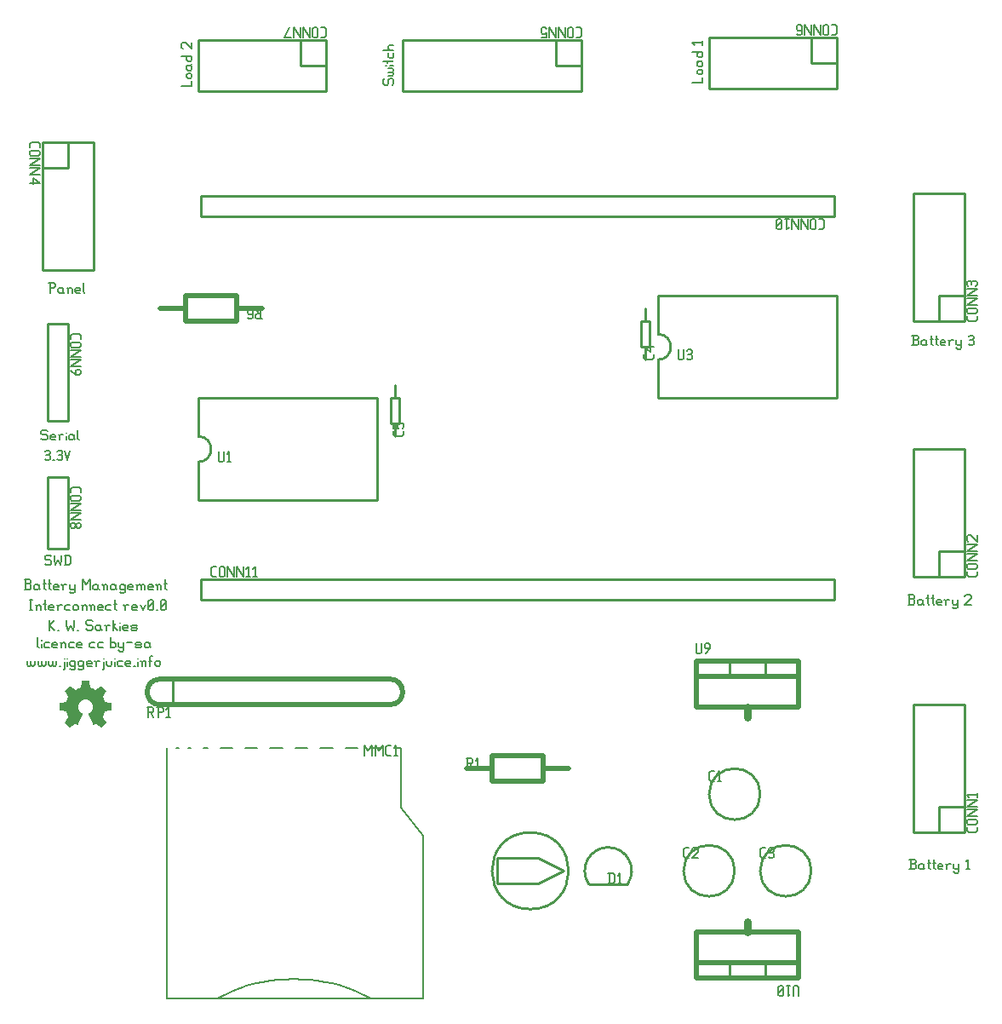
<source format=gbr>
G04 start of page 8 for group -4079 idx -4079 *
G04 Title: (unknown), topsilk *
G04 Creator: pcb 20110918 *
G04 CreationDate: Wed 26 Feb 2014 00:51:11 GMT UTC *
G04 For: ksarkies *
G04 Format: Gerber/RS-274X *
G04 PCB-Dimensions: 390000 390000 *
G04 PCB-Coordinate-Origin: lower left *
%MOIN*%
%FSLAX25Y25*%
%LNTOPSILK*%
%ADD102C,0.0079*%
%ADD101C,0.0300*%
%ADD100C,0.0100*%
%ADD99C,0.0200*%
%ADD98C,0.0060*%
%ADD97C,0.0001*%
G54D97*G36*
X29577Y124414D02*X32154D01*
X32237Y124382D01*
X32284Y124306D01*
X32333Y124067D01*
X32377Y123845D01*
X32768Y121713D01*
X32815Y121625D01*
X32898Y121567D01*
X33001Y121523D01*
X33791Y121252D01*
X34541Y120894D01*
X34547D01*
X34634Y120856D01*
X34731Y120842D01*
X34829Y120873D01*
X36602Y122092D01*
X36793Y122217D01*
X36994Y122353D01*
X37080Y122378D01*
X37162Y122342D01*
X37493Y122012D01*
X37997Y121512D01*
X38155Y121349D01*
X38654Y120851D01*
X38816Y120694D01*
X38984Y120520D01*
X39023Y120435D01*
X39001Y120346D01*
X38865Y120145D01*
X38736Y119955D01*
X37547Y118219D01*
X37515Y118127D01*
X37530Y118030D01*
X37575Y117931D01*
X38258Y116325D01*
X38295Y116234D01*
X38358Y116156D01*
X38448Y116109D01*
X40487Y115728D01*
X40711Y115685D01*
X40954Y115642D01*
X41029Y115595D01*
X41058Y115512D01*
Y112935D01*
X41029Y112846D01*
X40954Y112799D01*
X40711Y112756D01*
X40487Y112713D01*
X38508Y112344D01*
X38420Y112296D01*
X38366Y112213D01*
X38338Y112153D01*
Y112142D01*
X37623Y110369D01*
X37618Y110357D01*
X37601Y110314D01*
X37584Y110213D01*
X37612Y110119D01*
X38741Y108487D01*
X38865Y108296D01*
X39006Y108095D01*
X39025Y108009D01*
X38984Y107927D01*
X38816Y107748D01*
X38654Y107591D01*
X37336Y106273D01*
X37162Y106105D01*
X37080Y106064D01*
X36994Y106082D01*
X36793Y106224D01*
X36602Y106348D01*
X35008Y107445D01*
X34909Y107474D01*
X34812Y107455D01*
X34481Y107271D01*
X34287Y107162D01*
X33940Y106984D01*
X33855Y106978D01*
X33793Y107038D01*
X33647Y107395D01*
X33559Y107602D01*
X32176Y110960D01*
X32088Y111166D01*
X31991Y111399D01*
X31987Y111494D01*
X32040Y111567D01*
X32263Y111698D01*
X32404Y111806D01*
X32940Y112252D01*
X33355Y112816D01*
X33622Y113475D01*
X33716Y114205D01*
X33658Y114780D01*
X33493Y115314D01*
X33230Y115799D01*
X32881Y116221D01*
X32461Y116570D01*
X31977Y116834D01*
X31443Y116999D01*
X30869Y117057D01*
X30294Y116999D01*
X29759Y116834D01*
X29276Y116570D01*
X28854Y116221D01*
X28506Y115799D01*
X28244Y115314D01*
X28079Y114780D01*
X28020Y114205D01*
X28113Y113475D01*
X28380Y112816D01*
X28794Y112252D01*
X29333Y111806D01*
X29469Y111698D01*
X29691Y111567D01*
X29745Y111494D01*
X29740Y111399D01*
X29643Y111166D01*
X29555Y110960D01*
X28172Y107602D01*
X28086Y107395D01*
X27938Y107038D01*
X27877Y106978D01*
X27793Y106984D01*
X27451Y107162D01*
X27250Y107271D01*
X26919Y107455D01*
X26820Y107474D01*
X26723Y107445D01*
X25129Y106348D01*
X24944Y106224D01*
X24738Y106082D01*
X24651Y106064D01*
X24569Y106105D01*
X24395Y106273D01*
X24238Y106435D01*
X23740Y106934D01*
X23577Y107092D01*
X23077Y107591D01*
X22915Y107748D01*
X22747Y107927D01*
X22708Y108009D01*
X22730Y108095D01*
X22866Y108296D01*
X22997Y108487D01*
X24119Y110119D01*
X24147Y110213D01*
X24130Y110314D01*
X24108Y110374D01*
X23398Y112148D01*
X23365Y112213D01*
X23311Y112296D01*
X23225Y112344D01*
X21244Y112713D01*
X21022Y112756D01*
X20783Y112799D01*
X20704Y112849D01*
X20675Y112935D01*
Y115512D01*
X20704Y115595D01*
X20783Y115642D01*
X21022Y115691D01*
X21244Y115728D01*
X23284Y116109D01*
X23373Y116156D01*
X23436Y116239D01*
X23473Y116325D01*
X24162Y117931D01*
X24201Y118030D01*
X24218Y118127D01*
X24190Y118219D01*
X22997Y119960D01*
X22866Y120145D01*
X22730Y120346D01*
X22708Y120435D01*
X22747Y120520D01*
X22915Y120694D01*
X23077Y120851D01*
X24569Y122342D01*
X24651Y122378D01*
X24738Y122359D01*
X24944Y122223D01*
X25129Y122092D01*
X26902Y120873D01*
X27000Y120844D01*
X27098Y120862D01*
X27184Y120894D01*
X27195Y120899D01*
X27941Y121253D01*
X28731Y121528D01*
X28834Y121567D01*
X28918Y121625D01*
X28963Y121713D01*
X29361Y123845D01*
X29398Y124067D01*
X29447Y124306D01*
X29494Y124382D01*
X29577Y124414D01*
G37*
G54D98*X15440Y222530D02*X15925Y222045D01*
X13985Y222530D02*X15440D01*
X13500Y222045D02*X13985Y222530D01*
X13500Y222045D02*Y221075D01*
X13985Y220590D01*
X15440D01*
X15925Y220105D01*
Y219135D01*
X15440Y218650D02*X15925Y219135D01*
X13985Y218650D02*X15440D01*
X13500Y219135D02*X13985Y218650D01*
X17574D02*X19029D01*
X17089Y219135D02*X17574Y218650D01*
X17089Y220105D02*Y219135D01*
Y220105D02*X17574Y220590D01*
X18544D01*
X19029Y220105D01*
X17089Y219620D02*X19029D01*
Y220105D02*Y219620D01*
X20678Y220105D02*Y218650D01*
Y220105D02*X21163Y220590D01*
X22133D01*
X20193D02*X20678Y220105D01*
X23297Y221560D02*Y221463D01*
Y220105D02*Y218650D01*
X25722Y220590D02*X26207Y220105D01*
X24752Y220590D02*X25722D01*
X24267Y220105D02*X24752Y220590D01*
X24267Y220105D02*Y219135D01*
X24752Y218650D01*
X26207Y220590D02*Y219135D01*
X26692Y218650D01*
X24752D02*X25722D01*
X26207Y219135D01*
X27856Y222530D02*Y219135D01*
X28341Y218650D01*
X15000Y214045D02*X15485Y214530D01*
X16455D01*
X16940Y214045D01*
X16455Y210650D02*X16940Y211135D01*
X15485Y210650D02*X16455D01*
X15000Y211135D02*X15485Y210650D01*
Y212784D02*X16455D01*
X16940Y214045D02*Y213269D01*
Y212299D02*Y211135D01*
Y212299D02*X16455Y212784D01*
X16940Y213269D02*X16455Y212784D01*
X18104Y210650D02*X18589D01*
X19753Y214045D02*X20238Y214530D01*
X21208D01*
X21693Y214045D01*
X21208Y210650D02*X21693Y211135D01*
X20238Y210650D02*X21208D01*
X19753Y211135D02*X20238Y210650D01*
Y212784D02*X21208D01*
X21693Y214045D02*Y213269D01*
Y212299D02*Y211135D01*
Y212299D02*X21208Y212784D01*
X21693Y213269D02*X21208Y212784D01*
X22857Y214530D02*X23827Y210650D01*
X24797Y214530D01*
X16985Y280030D02*Y276150D01*
X16500Y280030D02*X18440D01*
X18925Y279545D01*
Y278575D01*
X18440Y278090D02*X18925Y278575D01*
X16985Y278090D02*X18440D01*
X21544D02*X22029Y277605D01*
X20574Y278090D02*X21544D01*
X20089Y277605D02*X20574Y278090D01*
X20089Y277605D02*Y276635D01*
X20574Y276150D01*
X22029Y278090D02*Y276635D01*
X22514Y276150D01*
X20574D02*X21544D01*
X22029Y276635D01*
X24163Y277605D02*Y276150D01*
Y277605D02*X24648Y278090D01*
X25133D01*
X25618Y277605D01*
Y276150D01*
X23678Y278090D02*X24163Y277605D01*
X27267Y276150D02*X28722D01*
X26782Y276635D02*X27267Y276150D01*
X26782Y277605D02*Y276635D01*
Y277605D02*X27267Y278090D01*
X28237D01*
X28722Y277605D01*
X26782Y277120D02*X28722D01*
Y277605D02*Y277120D01*
X29886Y280030D02*Y276635D01*
X30371Y276150D01*
X68470Y357000D02*X72350D01*
Y358940D02*Y357000D01*
X70895Y360104D02*X71865D01*
X70895D02*X70410Y360589D01*
Y361559D02*Y360589D01*
Y361559D02*X70895Y362044D01*
X71865D01*
X72350Y361559D02*X71865Y362044D01*
X72350Y361559D02*Y360589D01*
X71865Y360104D02*X72350Y360589D01*
X70410Y364663D02*X70895Y365148D01*
X70410Y364663D02*Y363693D01*
X70895Y363208D02*X70410Y363693D01*
X70895Y363208D02*X71865D01*
X72350Y363693D01*
X70410Y365148D02*X71865D01*
X72350Y365633D01*
Y364663D02*Y363693D01*
Y364663D02*X71865Y365148D01*
X68470Y368737D02*X72350D01*
Y368252D02*X71865Y368737D01*
X72350Y368252D02*Y367282D01*
X71865Y366797D02*X72350Y367282D01*
X70895Y366797D02*X71865D01*
X70895D02*X70410Y367282D01*
Y368252D02*Y367282D01*
Y368252D02*X70895Y368737D01*
X68955Y371647D02*X68470Y372132D01*
Y373587D02*Y372132D01*
Y373587D02*X68955Y374072D01*
X69925D01*
X72350Y371647D02*X69925Y374072D01*
X72350D02*Y371647D01*
X354500Y255650D02*X356440D01*
X356925Y256135D01*
Y257299D02*Y256135D01*
X356440Y257784D02*X356925Y257299D01*
X354985Y257784D02*X356440D01*
X354985Y259530D02*Y255650D01*
X354500Y259530D02*X356440D01*
X356925Y259045D01*
Y258269D01*
X356440Y257784D02*X356925Y258269D01*
X359544Y257590D02*X360029Y257105D01*
X358574Y257590D02*X359544D01*
X358089Y257105D02*X358574Y257590D01*
X358089Y257105D02*Y256135D01*
X358574Y255650D01*
X360029Y257590D02*Y256135D01*
X360514Y255650D01*
X358574D02*X359544D01*
X360029Y256135D01*
X362163Y259530D02*Y256135D01*
X362648Y255650D01*
X361678Y258075D02*X362648D01*
X364103Y259530D02*Y256135D01*
X364588Y255650D01*
X363618Y258075D02*X364588D01*
X366043Y255650D02*X367498D01*
X365558Y256135D02*X366043Y255650D01*
X365558Y257105D02*Y256135D01*
Y257105D02*X366043Y257590D01*
X367013D01*
X367498Y257105D01*
X365558Y256620D02*X367498D01*
Y257105D02*Y256620D01*
X369147Y257105D02*Y255650D01*
Y257105D02*X369632Y257590D01*
X370602D01*
X368662D02*X369147Y257105D01*
X371766Y257590D02*Y256135D01*
X372251Y255650D01*
X373706Y257590D02*Y254680D01*
X373221Y254195D02*X373706Y254680D01*
X372251Y254195D02*X373221D01*
X371766Y254680D02*X372251Y254195D01*
Y255650D02*X373221D01*
X373706Y256135D01*
X376616Y259045D02*X377101Y259530D01*
X378071D01*
X378556Y259045D01*
X378071Y255650D02*X378556Y256135D01*
X377101Y255650D02*X378071D01*
X376616Y256135D02*X377101Y255650D01*
Y257784D02*X378071D01*
X378556Y259045D02*Y258269D01*
Y257299D02*Y256135D01*
Y257299D02*X378071Y257784D01*
X378556Y258269D02*X378071Y257784D01*
X353000Y154150D02*X354940D01*
X355425Y154635D01*
Y155799D02*Y154635D01*
X354940Y156284D02*X355425Y155799D01*
X353485Y156284D02*X354940D01*
X353485Y158030D02*Y154150D01*
X353000Y158030D02*X354940D01*
X355425Y157545D01*
Y156769D01*
X354940Y156284D02*X355425Y156769D01*
X358044Y156090D02*X358529Y155605D01*
X357074Y156090D02*X358044D01*
X356589Y155605D02*X357074Y156090D01*
X356589Y155605D02*Y154635D01*
X357074Y154150D01*
X358529Y156090D02*Y154635D01*
X359014Y154150D01*
X357074D02*X358044D01*
X358529Y154635D01*
X360663Y158030D02*Y154635D01*
X361148Y154150D01*
X360178Y156575D02*X361148D01*
X362603Y158030D02*Y154635D01*
X363088Y154150D01*
X362118Y156575D02*X363088D01*
X364543Y154150D02*X365998D01*
X364058Y154635D02*X364543Y154150D01*
X364058Y155605D02*Y154635D01*
Y155605D02*X364543Y156090D01*
X365513D01*
X365998Y155605D01*
X364058Y155120D02*X365998D01*
Y155605D02*Y155120D01*
X367647Y155605D02*Y154150D01*
Y155605D02*X368132Y156090D01*
X369102D01*
X367162D02*X367647Y155605D01*
X370266Y156090D02*Y154635D01*
X370751Y154150D01*
X372206Y156090D02*Y153180D01*
X371721Y152695D02*X372206Y153180D01*
X370751Y152695D02*X371721D01*
X370266Y153180D02*X370751Y152695D01*
Y154150D02*X371721D01*
X372206Y154635D01*
X375116Y157545D02*X375601Y158030D01*
X377056D01*
X377541Y157545D01*
Y156575D01*
X375116Y154150D02*X377541Y156575D01*
X375116Y154150D02*X377541D01*
X353500Y50650D02*X355440D01*
X355925Y51135D01*
Y52299D02*Y51135D01*
X355440Y52784D02*X355925Y52299D01*
X353985Y52784D02*X355440D01*
X353985Y54530D02*Y50650D01*
X353500Y54530D02*X355440D01*
X355925Y54045D01*
Y53269D01*
X355440Y52784D02*X355925Y53269D01*
X358544Y52590D02*X359029Y52105D01*
X357574Y52590D02*X358544D01*
X357089Y52105D02*X357574Y52590D01*
X357089Y52105D02*Y51135D01*
X357574Y50650D01*
X359029Y52590D02*Y51135D01*
X359514Y50650D01*
X357574D02*X358544D01*
X359029Y51135D01*
X361163Y54530D02*Y51135D01*
X361648Y50650D01*
X360678Y53075D02*X361648D01*
X363103Y54530D02*Y51135D01*
X363588Y50650D01*
X362618Y53075D02*X363588D01*
X365043Y50650D02*X366498D01*
X364558Y51135D02*X365043Y50650D01*
X364558Y52105D02*Y51135D01*
Y52105D02*X365043Y52590D01*
X366013D01*
X366498Y52105D01*
X364558Y51620D02*X366498D01*
Y52105D02*Y51620D01*
X368147Y52105D02*Y50650D01*
Y52105D02*X368632Y52590D01*
X369602D01*
X367662D02*X368147Y52105D01*
X370766Y52590D02*Y51135D01*
X371251Y50650D01*
X372706Y52590D02*Y49680D01*
X372221Y49195D02*X372706Y49680D01*
X371251Y49195D02*X372221D01*
X370766Y49680D02*X371251Y49195D01*
Y50650D02*X372221D01*
X372706Y51135D01*
X375616Y53754D02*X376392Y54530D01*
Y50650D01*
X375616D02*X377071D01*
X147470Y359440D02*X147955Y359925D01*
X147470Y359440D02*Y357985D01*
X147955Y357500D02*X147470Y357985D01*
X147955Y357500D02*X148925D01*
X149410Y357985D01*
Y359440D02*Y357985D01*
Y359440D02*X149895Y359925D01*
X150865D01*
X151350Y359440D02*X150865Y359925D01*
X151350Y359440D02*Y357985D01*
X150865Y357500D02*X151350Y357985D01*
X149410Y361089D02*X150865D01*
X151350Y361574D01*
Y362059D02*Y361574D01*
Y362059D02*X150865Y362544D01*
X149410D02*X150865D01*
X151350Y363029D01*
Y363514D02*Y363029D01*
Y363514D02*X150865Y363999D01*
X149410D02*X150865D01*
X148440Y365163D02*X148537D01*
X149895D02*X151350D01*
X147470Y366618D02*X150865D01*
X151350Y367103D01*
X148925D02*Y366133D01*
X149410Y370013D02*Y368558D01*
X149895Y368073D02*X149410Y368558D01*
X149895Y368073D02*X150865D01*
X151350Y368558D01*
Y370013D02*Y368558D01*
X147470Y371177D02*X151350D01*
X149895D02*X149410Y371662D01*
Y372632D02*Y371662D01*
Y372632D02*X149895Y373117D01*
X151350D01*
X268470Y358500D02*X272350D01*
Y360440D02*Y358500D01*
X270895Y361604D02*X271865D01*
X270895D02*X270410Y362089D01*
Y363059D02*Y362089D01*
Y363059D02*X270895Y363544D01*
X271865D01*
X272350Y363059D02*X271865Y363544D01*
X272350Y363059D02*Y362089D01*
X271865Y361604D02*X272350Y362089D01*
X270410Y366163D02*X270895Y366648D01*
X270410Y366163D02*Y365193D01*
X270895Y364708D02*X270410Y365193D01*
X270895Y364708D02*X271865D01*
X272350Y365193D01*
X270410Y366648D02*X271865D01*
X272350Y367133D01*
Y366163D02*Y365193D01*
Y366163D02*X271865Y366648D01*
X268470Y370237D02*X272350D01*
Y369752D02*X271865Y370237D01*
X272350Y369752D02*Y368782D01*
X271865Y368297D02*X272350Y368782D01*
X270895Y368297D02*X271865D01*
X270895D02*X270410Y368782D01*
Y369752D02*Y368782D01*
Y369752D02*X270895Y370237D01*
X269246Y373147D02*X268470Y373923D01*
X272350D01*
Y374602D02*Y373147D01*
X7000Y160050D02*X8980D01*
X9475Y160545D01*
Y161733D02*Y160545D01*
X8980Y162228D02*X9475Y161733D01*
X7495Y162228D02*X8980D01*
X7495Y164010D02*Y160050D01*
X7000Y164010D02*X8980D01*
X9475Y163515D01*
Y162723D01*
X8980Y162228D02*X9475Y162723D01*
X12148Y162030D02*X12643Y161535D01*
X11158Y162030D02*X12148D01*
X10663Y161535D02*X11158Y162030D01*
X10663Y161535D02*Y160545D01*
X11158Y160050D01*
X12643Y162030D02*Y160545D01*
X13138Y160050D01*
X11158D02*X12148D01*
X12643Y160545D01*
X14821Y164010D02*Y160545D01*
X15316Y160050D01*
X14326Y162525D02*X15316D01*
X16801Y164010D02*Y160545D01*
X17296Y160050D01*
X16306Y162525D02*X17296D01*
X18781Y160050D02*X20266D01*
X18286Y160545D02*X18781Y160050D01*
X18286Y161535D02*Y160545D01*
Y161535D02*X18781Y162030D01*
X19771D01*
X20266Y161535D01*
X18286Y161040D02*X20266D01*
Y161535D02*Y161040D01*
X21949Y161535D02*Y160050D01*
Y161535D02*X22444Y162030D01*
X23434D01*
X21454D02*X21949Y161535D01*
X24622Y162030D02*Y160545D01*
X25117Y160050D01*
X26602Y162030D02*Y159060D01*
X26107Y158565D02*X26602Y159060D01*
X25117Y158565D02*X26107D01*
X24622Y159060D02*X25117Y158565D01*
Y160050D02*X26107D01*
X26602Y160545D01*
X29572Y164010D02*Y160050D01*
Y164010D02*X31057Y162030D01*
X32542Y164010D01*
Y160050D01*
X35215Y162030D02*X35710Y161535D01*
X34225Y162030D02*X35215D01*
X33730Y161535D02*X34225Y162030D01*
X33730Y161535D02*Y160545D01*
X34225Y160050D01*
X35710Y162030D02*Y160545D01*
X36205Y160050D01*
X34225D02*X35215D01*
X35710Y160545D01*
X37888Y161535D02*Y160050D01*
Y161535D02*X38383Y162030D01*
X38878D01*
X39373Y161535D01*
Y160050D01*
X37393Y162030D02*X37888Y161535D01*
X42046Y162030D02*X42541Y161535D01*
X41056Y162030D02*X42046D01*
X40561Y161535D02*X41056Y162030D01*
X40561Y161535D02*Y160545D01*
X41056Y160050D01*
X42541Y162030D02*Y160545D01*
X43036Y160050D01*
X41056D02*X42046D01*
X42541Y160545D01*
X45709Y162030D02*X46204Y161535D01*
X44719Y162030D02*X45709D01*
X44224Y161535D02*X44719Y162030D01*
X44224Y161535D02*Y160545D01*
X44719Y160050D01*
X45709D01*
X46204Y160545D01*
X44224Y159060D02*X44719Y158565D01*
X45709D01*
X46204Y159060D01*
Y162030D02*Y159060D01*
X47887Y160050D02*X49372D01*
X47392Y160545D02*X47887Y160050D01*
X47392Y161535D02*Y160545D01*
Y161535D02*X47887Y162030D01*
X48877D01*
X49372Y161535D01*
X47392Y161040D02*X49372D01*
Y161535D02*Y161040D01*
X51055Y161535D02*Y160050D01*
Y161535D02*X51550Y162030D01*
X52045D01*
X52540Y161535D01*
Y160050D01*
Y161535D02*X53035Y162030D01*
X53530D01*
X54025Y161535D01*
Y160050D01*
X50560Y162030D02*X51055Y161535D01*
X55708Y160050D02*X57193D01*
X55213Y160545D02*X55708Y160050D01*
X55213Y161535D02*Y160545D01*
Y161535D02*X55708Y162030D01*
X56698D01*
X57193Y161535D01*
X55213Y161040D02*X57193D01*
Y161535D02*Y161040D01*
X58876Y161535D02*Y160050D01*
Y161535D02*X59371Y162030D01*
X59866D01*
X60361Y161535D01*
Y160050D01*
X58381Y162030D02*X58876Y161535D01*
X62044Y164010D02*Y160545D01*
X62539Y160050D01*
X61549Y162525D02*X62539D01*
X9000Y156000D02*X10000D01*
X9500D02*Y152000D01*
X9000D02*X10000D01*
X11700Y153500D02*Y152000D01*
Y153500D02*X12200Y154000D01*
X12700D01*
X13200Y153500D01*
Y152000D01*
X11200Y154000D02*X11700Y153500D01*
X14900Y156000D02*Y152500D01*
X15400Y152000D01*
X14400Y154500D02*X15400D01*
X16900Y152000D02*X18400D01*
X16400Y152500D02*X16900Y152000D01*
X16400Y153500D02*Y152500D01*
Y153500D02*X16900Y154000D01*
X17900D01*
X18400Y153500D01*
X16400Y153000D02*X18400D01*
Y153500D02*Y153000D01*
X20100Y153500D02*Y152000D01*
Y153500D02*X20600Y154000D01*
X21600D01*
X19600D02*X20100Y153500D01*
X23300Y154000D02*X24800D01*
X22800Y153500D02*X23300Y154000D01*
X22800Y153500D02*Y152500D01*
X23300Y152000D01*
X24800D01*
X26000Y153500D02*Y152500D01*
Y153500D02*X26500Y154000D01*
X27500D01*
X28000Y153500D01*
Y152500D01*
X27500Y152000D02*X28000Y152500D01*
X26500Y152000D02*X27500D01*
X26000Y152500D02*X26500Y152000D01*
X29700Y153500D02*Y152000D01*
Y153500D02*X30200Y154000D01*
X30700D01*
X31200Y153500D01*
Y152000D01*
X29200Y154000D02*X29700Y153500D01*
X32900D02*Y152000D01*
Y153500D02*X33400Y154000D01*
X33900D01*
X34400Y153500D01*
Y152000D01*
X32400Y154000D02*X32900Y153500D01*
X36100Y152000D02*X37600D01*
X35600Y152500D02*X36100Y152000D01*
X35600Y153500D02*Y152500D01*
Y153500D02*X36100Y154000D01*
X37100D01*
X37600Y153500D01*
X35600Y153000D02*X37600D01*
Y153500D02*Y153000D01*
X39300Y154000D02*X40800D01*
X38800Y153500D02*X39300Y154000D01*
X38800Y153500D02*Y152500D01*
X39300Y152000D01*
X40800D01*
X42500Y156000D02*Y152500D01*
X43000Y152000D01*
X42000Y154500D02*X43000D01*
X46300Y153500D02*Y152000D01*
Y153500D02*X46800Y154000D01*
X47800D01*
X45800D02*X46300Y153500D01*
X49500Y152000D02*X51000D01*
X49000Y152500D02*X49500Y152000D01*
X49000Y153500D02*Y152500D01*
Y153500D02*X49500Y154000D01*
X50500D01*
X51000Y153500D01*
X49000Y153000D02*X51000D01*
Y153500D02*Y153000D01*
X52200Y154000D02*X53200Y152000D01*
X54200Y154000D02*X53200Y152000D01*
X55400Y152500D02*X55900Y152000D01*
X55400Y155500D02*Y152500D01*
Y155500D02*X55900Y156000D01*
X56900D01*
X57400Y155500D01*
Y152500D01*
X56900Y152000D02*X57400Y152500D01*
X55900Y152000D02*X56900D01*
X55400Y153000D02*X57400Y155000D01*
X58600Y152000D02*X59100D01*
X60300Y152500D02*X60800Y152000D01*
X60300Y155500D02*Y152500D01*
Y155500D02*X60800Y156000D01*
X61800D01*
X62300Y155500D01*
Y152500D01*
X61800Y152000D02*X62300Y152500D01*
X60800Y152000D02*X61800D01*
X60300Y153000D02*X62300Y155000D01*
X16940Y173530D02*X17425Y173045D01*
X15485Y173530D02*X16940D01*
X15000Y173045D02*X15485Y173530D01*
X15000Y173045D02*Y172075D01*
X15485Y171590D01*
X16940D01*
X17425Y171105D01*
Y170135D01*
X16940Y169650D02*X17425Y170135D01*
X15485Y169650D02*X16940D01*
X15000Y170135D02*X15485Y169650D01*
X18589Y173530D02*Y171590D01*
X19074Y169650D01*
X20044Y171590D01*
X21014Y169650D01*
X21499Y171590D01*
Y173530D02*Y171590D01*
X23148Y173530D02*Y169650D01*
X24409Y173530D02*X25088Y172851D01*
Y170329D01*
X24409Y169650D02*X25088Y170329D01*
X22663Y169650D02*X24409D01*
X22663Y173530D02*X24409D01*
X16700Y148100D02*Y144100D01*
Y146100D02*X18700Y148100D01*
X16700Y146100D02*X18700Y144100D01*
X19900D02*X20400D01*
X23400Y148100D02*Y146100D01*
X23900Y144100D01*
X24900Y146100D01*
X25900Y144100D01*
X26400Y146100D01*
Y148100D02*Y146100D01*
X27600Y144100D02*X28100D01*
X33100Y148100D02*X33600Y147600D01*
X31600Y148100D02*X33100D01*
X31100Y147600D02*X31600Y148100D01*
X31100Y147600D02*Y146600D01*
X31600Y146100D01*
X33100D01*
X33600Y145600D01*
Y144600D01*
X33100Y144100D02*X33600Y144600D01*
X31600Y144100D02*X33100D01*
X31100Y144600D02*X31600Y144100D01*
X36300Y146100D02*X36800Y145600D01*
X35300Y146100D02*X36300D01*
X34800Y145600D02*X35300Y146100D01*
X34800Y145600D02*Y144600D01*
X35300Y144100D01*
X36800Y146100D02*Y144600D01*
X37300Y144100D01*
X35300D02*X36300D01*
X36800Y144600D01*
X39000Y145600D02*Y144100D01*
Y145600D02*X39500Y146100D01*
X40500D01*
X38500D02*X39000Y145600D01*
X41700Y148100D02*Y144100D01*
Y145600D02*X43200Y144100D01*
X41700Y145600D02*X42700Y146600D01*
X44400Y147100D02*Y147000D01*
Y145600D02*Y144100D01*
X45900D02*X47400D01*
X45400Y144600D02*X45900Y144100D01*
X45400Y145600D02*Y144600D01*
Y145600D02*X45900Y146100D01*
X46900D01*
X47400Y145600D01*
X45400Y145100D02*X47400D01*
Y145600D02*Y145100D01*
X49100Y144100D02*X50600D01*
X51100Y144600D01*
X50600Y145100D02*X51100Y144600D01*
X49100Y145100D02*X50600D01*
X48600Y145600D02*X49100Y145100D01*
X48600Y145600D02*X49100Y146100D01*
X50600D01*
X51100Y145600D01*
X48600Y144600D02*X49100Y144100D01*
X12100Y141300D02*Y137800D01*
X12600Y137300D01*
X13600Y140300D02*Y140200D01*
Y138800D02*Y137300D01*
X15100Y139300D02*X16600D01*
X14600Y138800D02*X15100Y139300D01*
X14600Y138800D02*Y137800D01*
X15100Y137300D01*
X16600D01*
X18300D02*X19800D01*
X17800Y137800D02*X18300Y137300D01*
X17800Y138800D02*Y137800D01*
Y138800D02*X18300Y139300D01*
X19300D01*
X19800Y138800D01*
X17800Y138300D02*X19800D01*
Y138800D02*Y138300D01*
X21500Y138800D02*Y137300D01*
Y138800D02*X22000Y139300D01*
X22500D01*
X23000Y138800D01*
Y137300D01*
X21000Y139300D02*X21500Y138800D01*
X24700Y139300D02*X26200D01*
X24200Y138800D02*X24700Y139300D01*
X24200Y138800D02*Y137800D01*
X24700Y137300D01*
X26200D01*
X27900D02*X29400D01*
X27400Y137800D02*X27900Y137300D01*
X27400Y138800D02*Y137800D01*
Y138800D02*X27900Y139300D01*
X28900D01*
X29400Y138800D01*
X27400Y138300D02*X29400D01*
Y138800D02*Y138300D01*
X32900Y139300D02*X34400D01*
X32400Y138800D02*X32900Y139300D01*
X32400Y138800D02*Y137800D01*
X32900Y137300D01*
X34400D01*
X36100Y139300D02*X37600D01*
X35600Y138800D02*X36100Y139300D01*
X35600Y138800D02*Y137800D01*
X36100Y137300D01*
X37600D01*
X40600Y141300D02*Y137300D01*
Y137800D02*X41100Y137300D01*
X42100D01*
X42600Y137800D01*
Y138800D02*Y137800D01*
X42100Y139300D02*X42600Y138800D01*
X41100Y139300D02*X42100D01*
X40600Y138800D02*X41100Y139300D01*
X43800D02*Y137800D01*
X44300Y137300D01*
X45800Y139300D02*Y136300D01*
X45300Y135800D02*X45800Y136300D01*
X44300Y135800D02*X45300D01*
X43800Y136300D02*X44300Y135800D01*
Y137300D02*X45300D01*
X45800Y137800D01*
X47000Y139300D02*X49000D01*
X50700Y137300D02*X52200D01*
X52700Y137800D01*
X52200Y138300D02*X52700Y137800D01*
X50700Y138300D02*X52200D01*
X50200Y138800D02*X50700Y138300D01*
X50200Y138800D02*X50700Y139300D01*
X52200D01*
X52700Y138800D01*
X50200Y137800D02*X50700Y137300D01*
X55400Y139300D02*X55900Y138800D01*
X54400Y139300D02*X55400D01*
X53900Y138800D02*X54400Y139300D01*
X53900Y138800D02*Y137800D01*
X54400Y137300D01*
X55900Y139300D02*Y137800D01*
X56400Y137300D01*
X54400D02*X55400D01*
X55900Y137800D01*
X8000Y132100D02*Y130600D01*
X8500Y130100D01*
X9000D01*
X9500Y130600D01*
Y132100D02*Y130600D01*
X10000Y130100D01*
X10500D01*
X11000Y130600D01*
Y132100D02*Y130600D01*
X12200Y132100D02*Y130600D01*
X12700Y130100D01*
X13200D01*
X13700Y130600D01*
Y132100D02*Y130600D01*
X14200Y130100D01*
X14700D01*
X15200Y130600D01*
Y132100D02*Y130600D01*
X16400Y132100D02*Y130600D01*
X16900Y130100D01*
X17400D01*
X17900Y130600D01*
Y132100D02*Y130600D01*
X18400Y130100D01*
X18900D01*
X19400Y130600D01*
Y132100D02*Y130600D01*
X20600Y130100D02*X21100D01*
X22800Y133100D02*Y133000D01*
Y131600D02*Y129100D01*
X22300Y128600D02*X22800Y129100D01*
X23800Y133100D02*Y133000D01*
Y131600D02*Y130100D01*
X26300Y132100D02*X26800Y131600D01*
X25300Y132100D02*X26300D01*
X24800Y131600D02*X25300Y132100D01*
X24800Y131600D02*Y130600D01*
X25300Y130100D01*
X26300D01*
X26800Y130600D01*
X24800Y129100D02*X25300Y128600D01*
X26300D01*
X26800Y129100D01*
Y132100D02*Y129100D01*
X29500Y132100D02*X30000Y131600D01*
X28500Y132100D02*X29500D01*
X28000Y131600D02*X28500Y132100D01*
X28000Y131600D02*Y130600D01*
X28500Y130100D01*
X29500D01*
X30000Y130600D01*
X28000Y129100D02*X28500Y128600D01*
X29500D01*
X30000Y129100D01*
Y132100D02*Y129100D01*
X31700Y130100D02*X33200D01*
X31200Y130600D02*X31700Y130100D01*
X31200Y131600D02*Y130600D01*
Y131600D02*X31700Y132100D01*
X32700D01*
X33200Y131600D01*
X31200Y131100D02*X33200D01*
Y131600D02*Y131100D01*
X34900Y131600D02*Y130100D01*
Y131600D02*X35400Y132100D01*
X36400D01*
X34400D02*X34900Y131600D01*
X38100Y133100D02*Y133000D01*
Y131600D02*Y129100D01*
X37600Y128600D02*X38100Y129100D01*
X39100Y132100D02*Y130600D01*
X39600Y130100D01*
X40600D01*
X41100Y130600D01*
Y132100D02*Y130600D01*
X42300Y133100D02*Y133000D01*
Y131600D02*Y130100D01*
X43800Y132100D02*X45300D01*
X43300Y131600D02*X43800Y132100D01*
X43300Y131600D02*Y130600D01*
X43800Y130100D01*
X45300D01*
X47000D02*X48500D01*
X46500Y130600D02*X47000Y130100D01*
X46500Y131600D02*Y130600D01*
Y131600D02*X47000Y132100D01*
X48000D01*
X48500Y131600D01*
X46500Y131100D02*X48500D01*
Y131600D02*Y131100D01*
X49700Y130100D02*X50200D01*
X51400Y133100D02*Y133000D01*
Y131600D02*Y130100D01*
X52900Y131600D02*Y130100D01*
Y131600D02*X53400Y132100D01*
X53900D01*
X54400Y131600D01*
Y130100D01*
X52400Y132100D02*X52900Y131600D01*
X56100Y133600D02*Y130100D01*
Y133600D02*X56600Y134100D01*
X57100D01*
X55600Y132100D02*X56600D01*
X58100Y131600D02*Y130600D01*
Y131600D02*X58600Y132100D01*
X59600D01*
X60100Y131600D01*
Y130600D01*
X59600Y130100D02*X60100Y130600D01*
X58600Y130100D02*X59600D01*
X58100Y130600D02*X58600Y130100D01*
G54D99*X270000Y8000D02*X310000D01*
X270000Y26000D02*Y8000D01*
Y26000D02*X310000D01*
Y8000D01*
X270000D02*X310000D01*
X270000Y14000D02*Y8000D01*
Y14000D02*X310000D01*
Y8000D01*
G54D100*X297000Y14000D02*Y8000D01*
X283000Y14000D02*Y8000D01*
G54D101*X290000Y30000D02*Y26000D01*
G54D100*X265000Y50000D02*G75*G03X265000Y50000I10000J0D01*G01*
X295000D02*G75*G03X295000Y50000I10000J0D01*G01*
X76000Y156000D02*Y164000D01*
X324000Y156000D02*X76000D01*
X324000Y164000D02*Y156000D01*
X76000Y164000D02*X324000D01*
G54D99*X60000Y115000D02*X150000D01*
X60000Y125000D02*X150000D01*
G54D100*X65000D02*Y115000D01*
G54D99*X60000Y125000D02*G75*G03X60000Y115000I0J-5000D01*G01*
X150000D02*G75*G03X150000Y125000I0J5000D01*G01*
X190000Y95000D02*X210000D01*
Y85000D01*
X190000D01*
Y95000D01*
X180000Y90000D02*X190000D01*
X210000D02*X220000D01*
G54D100*X192000Y55000D02*Y45000D01*
X208000D01*
X218000Y50000D02*X208000Y45000D01*
Y55000D02*X218000Y50000D01*
X192000Y55000D02*X208000D01*
X205000Y65000D02*G75*G03X205000Y65000I0J-15000D01*G01*
G54D102*X124803Y6497D02*X127244Y6025D01*
X112441Y7678D02*X116142Y7481D01*
X154488Y98032D02*Y74606D01*
X163110Y63583D02*X154488Y74606D01*
X163149Y1D02*X62559D01*
X97638Y6025D02*X94921Y5316D01*
X62559Y98032D02*Y1D01*
X87992Y2796D02*X85866Y1723D01*
X163149Y63583D02*Y1D01*
X118543Y7284D02*X121417Y6970D01*
X92244Y4489D02*X90197Y3741D01*
X131181Y4962D02*X132638Y4489D01*
X139016Y1723D02*X142559Y1D01*
X90197Y3741D02*X87992Y2796D01*
X116142Y7481D02*X118543Y7284D01*
X136890Y2796D02*X139016Y1723D01*
X85866D02*X82323Y1D01*
X108740Y7481D02*X106339Y7284D01*
X127244Y6025D02*X129961Y5316D01*
X112441Y7678D02*X108740Y7481D01*
X121417Y6970D02*X124803Y6497D01*
X106339Y7284D02*X103465Y6970D01*
X94921Y5316D02*X93701Y4962D01*
X100079Y6497D02*X97638Y6025D01*
X103465Y6970D02*X100079Y6497D01*
X134685Y3741D02*X136890Y2796D01*
X129961Y5316D02*X131181Y4962D01*
X93701D02*X92244Y4489D01*
X132638D02*X134685Y3741D01*
X154488Y98032D02*X152244D01*
X147362Y98031D02*X142480D01*
X137519D02*X132637D01*
X127677Y98030D02*X122795D01*
X117834D02*X112952D01*
X98148D02*X93266D01*
X107992D02*X103110D01*
X88306Y98031D02*X83740D01*
X78779D02*X77047D01*
X72086Y98032D02*X71181D01*
X66457Y98030D02*X67401D01*
X62559Y98032D02*X62677D01*
G54D99*X270000Y132000D02*X310000D01*
Y114000D01*
X270000D02*X310000D01*
X270000Y132000D02*Y114000D01*
Y132000D02*X310000D01*
Y126000D01*
X270000D02*X310000D01*
X270000Y132000D02*Y126000D01*
G54D100*X283000Y132000D02*Y126000D01*
X297000Y132000D02*Y126000D01*
G54D101*X290000Y114000D02*Y110000D01*
G54D100*X243100Y44800D02*X227900D01*
X243127Y44855D02*G75*G03X227873Y44855I-7627J5145D01*G01*
X275000Y80000D02*G75*G03X275000Y80000I10000J0D01*G01*
X375000Y115000D02*Y65000D01*
X355000Y115000D02*X375000D01*
X355000D02*Y65000D01*
X375000D01*
X365000Y75000D02*X375000D01*
X365000D02*Y65000D01*
X375000Y215000D02*Y165000D01*
X355000Y215000D02*X375000D01*
X355000D02*Y165000D01*
X375000D01*
X365000Y175000D02*X375000D01*
X365000D02*Y165000D01*
X250000Y255000D02*Y250000D01*
Y270000D02*Y265000D01*
X248400D02*Y255000D01*
Y265000D02*X251600D01*
Y255000D01*
X248400D02*X251600D01*
X255000Y235000D02*X325000D01*
Y275000D02*Y235000D01*
X255000Y275000D02*X325000D01*
X255000Y250000D02*Y235000D01*
Y275000D02*Y260000D01*
Y250000D02*G75*G03X255000Y260000I0J5000D01*G01*
X275000Y376000D02*X325000D01*
X275000D02*Y356000D01*
X325000D01*
Y376000D02*Y356000D01*
X315000Y376000D02*Y366000D01*
X325000D01*
X375000Y315000D02*Y265000D01*
X355000Y315000D02*X375000D01*
X355000D02*Y265000D01*
X375000D01*
X365000Y275000D02*X375000D01*
X365000D02*Y265000D01*
X324000Y314000D02*Y306000D01*
X76000Y314000D02*X324000D01*
X76000D02*Y306000D01*
X324000D01*
G54D99*X70000Y265000D02*X90000D01*
X70000Y275000D02*Y265000D01*
Y275000D02*X90000D01*
Y265000D01*
Y270000D02*X100000D01*
X60000D02*X70000D01*
G54D100*X16000Y264000D02*X24000D01*
X16000D02*Y226000D01*
X24000D01*
Y264000D02*Y226000D01*
X16000Y204000D02*X24000D01*
X16000D02*Y176000D01*
X24000D01*
Y204000D02*Y176000D01*
X75000Y195000D02*X145000D01*
Y235000D02*Y195000D01*
X75000Y235000D02*X145000D01*
X75000Y210000D02*Y195000D01*
Y235000D02*Y220000D01*
Y210000D02*G75*G03X75000Y220000I0J5000D01*G01*
X152000Y225000D02*Y220000D01*
Y240000D02*Y235000D01*
X150400D02*Y225000D01*
Y235000D02*X153600D01*
Y225000D01*
X150400D02*X153600D01*
X155000Y375000D02*X225000D01*
X155000D02*Y355000D01*
X225000D01*
Y375000D02*Y355000D01*
X215000Y375000D02*Y365000D01*
X225000D01*
X75000Y375000D02*X125000D01*
X75000D02*Y355000D01*
X125000D01*
Y375000D02*Y355000D01*
X115000Y375000D02*Y365000D01*
X125000D01*
X14000Y335000D02*Y285000D01*
X34000D01*
Y335000D01*
X14000D01*
Y325000D02*X24000D01*
Y335000D01*
G54D98*X98000Y266000D02*X100000D01*
X98000D02*X97500Y266500D01*
Y267500D02*Y266500D01*
X98000Y268000D02*X97500Y267500D01*
X98000Y268000D02*X99500D01*
Y270000D02*Y266000D01*
X98700Y268000D02*X97500Y270000D01*
X94800Y266000D02*X94300Y266500D01*
X94800Y266000D02*X95800D01*
X96300Y266500D02*X95800Y266000D01*
X96300Y269500D02*Y266500D01*
Y269500D02*X95800Y270000D01*
X94800Y267800D02*X94300Y268300D01*
X94800Y267800D02*X96300D01*
X94800Y270000D02*X95800D01*
X94800D02*X94300Y269500D01*
Y268300D01*
X25000Y259300D02*Y258000D01*
X25700Y260000D02*X25000Y259300D01*
X25700Y260000D02*X28300D01*
X29000Y259300D01*
Y258000D01*
X25500Y256800D02*X28500D01*
X29000Y256300D01*
Y255300D01*
X28500Y254800D01*
X25500D02*X28500D01*
X25000Y255300D02*X25500Y254800D01*
X25000Y256300D02*Y255300D01*
X25500Y256800D02*X25000Y256300D01*
Y253600D02*X29000D01*
X25000Y251100D01*
X29000D01*
X25000Y249900D02*X29000D01*
X25000Y247400D01*
X29000D01*
X25000Y245700D02*X27000Y244200D01*
X28500D01*
X29000Y244700D02*X28500Y244200D01*
X29000Y245700D02*Y244700D01*
X28500Y246200D02*X29000Y245700D01*
X27500Y246200D02*X28500D01*
X27500D02*X27000Y245700D01*
Y244200D01*
X25000Y199300D02*Y198000D01*
X25700Y200000D02*X25000Y199300D01*
X25700Y200000D02*X28300D01*
X29000Y199300D01*
Y198000D01*
X25500Y196800D02*X28500D01*
X29000Y196300D01*
Y195300D01*
X28500Y194800D01*
X25500D02*X28500D01*
X25000Y195300D02*X25500Y194800D01*
X25000Y196300D02*Y195300D01*
X25500Y196800D02*X25000Y196300D01*
Y193600D02*X29000D01*
X25000Y191100D01*
X29000D01*
X25000Y189900D02*X29000D01*
X25000Y187400D01*
X29000D01*
X25500Y186200D02*X25000Y185700D01*
X25500Y186200D02*X26300D01*
X27000Y185500D01*
Y184900D01*
X26300Y184200D01*
X25500D02*X26300D01*
X25000Y184700D02*X25500Y184200D01*
X25000Y185700D02*Y184700D01*
X27700Y186200D02*X27000Y185500D01*
X27700Y186200D02*X28500D01*
X29000Y185700D01*
Y184700D01*
X28500Y184200D01*
X27700D02*X28500D01*
X27000Y184900D02*X27700Y184200D01*
X83000Y214000D02*Y210500D01*
X83500Y210000D01*
X84500D01*
X85000Y210500D01*
Y214000D02*Y210500D01*
X86200Y213200D02*X87000Y214000D01*
Y210000D01*
X86200D02*X87700D01*
X55000Y114000D02*X57000D01*
X57500Y113500D01*
Y112500D01*
X57000Y112000D02*X57500Y112500D01*
X55500Y112000D02*X57000D01*
X55500Y114000D02*Y110000D01*
X56300Y112000D02*X57500Y110000D01*
X59200Y114000D02*Y110000D01*
X58700Y114000D02*X60700D01*
X61200Y113500D01*
Y112500D01*
X60700Y112000D02*X61200Y112500D01*
X59200Y112000D02*X60700D01*
X62400Y113200D02*X63200Y114000D01*
Y110000D01*
X62400D02*X63900D01*
X80700Y165000D02*X82000D01*
X80000Y165700D02*X80700Y165000D01*
X80000Y168300D02*Y165700D01*
Y168300D02*X80700Y169000D01*
X82000D01*
X83200Y168500D02*Y165500D01*
Y168500D02*X83700Y169000D01*
X84700D01*
X85200Y168500D01*
Y165500D01*
X84700Y165000D02*X85200Y165500D01*
X83700Y165000D02*X84700D01*
X83200Y165500D02*X83700Y165000D01*
X86400Y169000D02*Y165000D01*
Y169000D02*X88900Y165000D01*
Y169000D02*Y165000D01*
X90100Y169000D02*Y165000D01*
Y169000D02*X92600Y165000D01*
Y169000D02*Y165000D01*
X93800Y168200D02*X94600Y169000D01*
Y165000D01*
X93800D02*X95300D01*
X96500Y168200D02*X97300Y169000D01*
Y165000D01*
X96500D02*X98000D01*
X180000Y94000D02*X182000D01*
X182500Y93500D01*
Y92500D01*
X182000Y92000D02*X182500Y92500D01*
X180500Y92000D02*X182000D01*
X180500Y94000D02*Y90000D01*
X181300Y92000D02*X182500Y90000D01*
X183700Y93200D02*X184500Y94000D01*
Y90000D01*
X183700D02*X185200D01*
X140000Y99000D02*Y95000D01*
Y99000D02*X141500Y97000D01*
X143000Y99000D01*
Y95000D01*
X144200Y99000D02*Y95000D01*
Y99000D02*X145700Y97000D01*
X147200Y99000D01*
Y95000D01*
X149100D02*X150400D01*
X148400Y95700D02*X149100Y95000D01*
X148400Y98300D02*Y95700D01*
Y98300D02*X149100Y99000D01*
X150400D01*
X151600Y98200D02*X152400Y99000D01*
Y95000D01*
X151600D02*X153100D01*
X155400Y222000D02*Y220700D01*
X154700Y220000D02*X155400Y220700D01*
X152100Y220000D02*X154700D01*
X152100D02*X151400Y220700D01*
Y222000D02*Y220700D01*
Y225200D02*Y223200D01*
X153400D01*
X152900Y223700D01*
Y224700D02*Y223700D01*
Y224700D02*X153400Y225200D01*
X154900D01*
X155400Y224700D02*X154900Y225200D01*
X155400Y224700D02*Y223700D01*
X154900Y223200D02*X155400Y223700D01*
X123000Y380000D02*X124300D01*
X125000Y379300D02*X124300Y380000D01*
X125000Y379300D02*Y376700D01*
X124300Y376000D01*
X123000D02*X124300D01*
X121800Y379500D02*Y376500D01*
X121300Y376000D01*
X120300D02*X121300D01*
X120300D02*X119800Y376500D01*
Y379500D02*Y376500D01*
X120300Y380000D02*X119800Y379500D01*
X120300Y380000D02*X121300D01*
X121800Y379500D02*X121300Y380000D01*
X118600D02*Y376000D01*
X116100Y380000D01*
Y376000D01*
X114900Y380000D02*Y376000D01*
X112400Y380000D01*
Y376000D01*
X110700Y380000D02*X108700Y376000D01*
X111200D01*
X9000Y334300D02*Y333000D01*
X9700Y335000D02*X9000Y334300D01*
X9700Y335000D02*X12300D01*
X13000Y334300D01*
Y333000D01*
X9500Y331800D02*X12500D01*
X13000Y331300D01*
Y330300D01*
X12500Y329800D01*
X9500D02*X12500D01*
X9000Y330300D02*X9500Y329800D01*
X9000Y331300D02*Y330300D01*
X9500Y331800D02*X9000Y331300D01*
Y328600D02*X13000D01*
X9000Y326100D01*
X13000D01*
X9000Y324900D02*X13000D01*
X9000Y322400D01*
X13000D01*
X10500Y321200D02*X13000Y319200D01*
X10500Y321200D02*Y318700D01*
X9000Y319200D02*X13000D01*
X223000Y380000D02*X224300D01*
X225000Y379300D02*X224300Y380000D01*
X225000Y379300D02*Y376700D01*
X224300Y376000D01*
X223000D02*X224300D01*
X221800Y379500D02*Y376500D01*
X221300Y376000D01*
X220300D02*X221300D01*
X220300D02*X219800Y376500D01*
Y379500D02*Y376500D01*
X220300Y380000D02*X219800Y379500D01*
X220300Y380000D02*X221300D01*
X221800Y379500D02*X221300Y380000D01*
X218600D02*Y376000D01*
X216100Y380000D01*
Y376000D01*
X214900Y380000D02*Y376000D01*
X212400Y380000D01*
Y376000D01*
X209200D02*X211200D01*
Y378000D02*Y376000D01*
Y378000D02*X210700Y377500D01*
X209700D02*X210700D01*
X209700D02*X209200Y378000D01*
Y379500D02*Y378000D01*
X209700Y380000D02*X209200Y379500D01*
X209700Y380000D02*X210700D01*
X211200Y379500D02*X210700Y380000D01*
X323000Y381000D02*X324300D01*
X325000Y380300D02*X324300Y381000D01*
X325000Y380300D02*Y377700D01*
X324300Y377000D01*
X323000D02*X324300D01*
X321800Y380500D02*Y377500D01*
X321300Y377000D01*
X320300D02*X321300D01*
X320300D02*X319800Y377500D01*
Y380500D02*Y377500D01*
X320300Y381000D02*X319800Y380500D01*
X320300Y381000D02*X321300D01*
X321800Y380500D02*X321300Y381000D01*
X318600D02*Y377000D01*
X316100Y381000D01*
Y377000D01*
X314900Y381000D02*Y377000D01*
X312400Y381000D01*
Y377000D01*
X309700D02*X309200Y377500D01*
X309700Y377000D02*X310700D01*
X311200Y377500D02*X310700Y377000D01*
X311200Y380500D02*Y377500D01*
Y380500D02*X310700Y381000D01*
X309700Y378800D02*X309200Y379300D01*
X309700Y378800D02*X311200D01*
X309700Y381000D02*X310700D01*
X309700D02*X309200Y380500D01*
Y379300D01*
X310000Y4500D02*Y1000D01*
Y4500D02*X309500Y5000D01*
X308500D02*X309500D01*
X308500D02*X308000Y4500D01*
Y1000D01*
X306800Y1800D02*X306000Y1000D01*
Y5000D02*Y1000D01*
X305300Y5000D02*X306800D01*
X304100Y4500D02*X303600Y5000D01*
X304100Y4500D02*Y1500D01*
X303600Y1000D01*
X302600D02*X303600D01*
X302600D02*X302100Y1500D01*
Y4500D02*Y1500D01*
X302600Y5000D02*X302100Y4500D01*
X302600Y5000D02*X303600D01*
X304100Y4000D02*X302100Y2000D01*
X236000Y49000D02*Y45000D01*
X237300Y49000D02*X238000Y48300D01*
Y45700D01*
X237300Y45000D02*X238000Y45700D01*
X235500Y45000D02*X237300D01*
X235500Y49000D02*X237300D01*
X239200Y48200D02*X240000Y49000D01*
Y45000D01*
X239200D02*X240700D01*
X265700Y55000D02*X267000D01*
X265000Y55700D02*X265700Y55000D01*
X265000Y58300D02*Y55700D01*
Y58300D02*X265700Y59000D01*
X267000D01*
X268200Y58500D02*X268700Y59000D01*
X270200D01*
X270700Y58500D01*
Y57500D01*
X268200Y55000D02*X270700Y57500D01*
X268200Y55000D02*X270700D01*
X270000Y139000D02*Y135500D01*
X270500Y135000D01*
X271500D01*
X272000Y135500D01*
Y139000D02*Y135500D01*
X273700Y135000D02*X275200Y137000D01*
Y138500D02*Y137000D01*
X274700Y139000D02*X275200Y138500D01*
X273700Y139000D02*X274700D01*
X273200Y138500D02*X273700Y139000D01*
X273200Y138500D02*Y137500D01*
X273700Y137000D01*
X275200D01*
X295700Y55000D02*X297000D01*
X295000Y55700D02*X295700Y55000D01*
X295000Y58300D02*Y55700D01*
Y58300D02*X295700Y59000D01*
X297000D01*
X298200Y58500D02*X298700Y59000D01*
X299700D01*
X300200Y58500D01*
X299700Y55000D02*X300200Y55500D01*
X298700Y55000D02*X299700D01*
X298200Y55500D02*X298700Y55000D01*
Y57200D02*X299700D01*
X300200Y58500D02*Y57700D01*
Y56700D02*Y55500D01*
Y56700D02*X299700Y57200D01*
X300200Y57700D02*X299700Y57200D01*
X275700Y85000D02*X277000D01*
X275000Y85700D02*X275700Y85000D01*
X275000Y88300D02*Y85700D01*
Y88300D02*X275700Y89000D01*
X277000D01*
X278200Y88200D02*X279000Y89000D01*
Y85000D01*
X278200D02*X279700D01*
X380000Y67000D02*Y65700D01*
X379300Y65000D02*X380000Y65700D01*
X376700Y65000D02*X379300D01*
X376700D02*X376000Y65700D01*
Y67000D02*Y65700D01*
X376500Y68200D02*X379500D01*
X376500D02*X376000Y68700D01*
Y69700D02*Y68700D01*
Y69700D02*X376500Y70200D01*
X379500D01*
X380000Y69700D02*X379500Y70200D01*
X380000Y69700D02*Y68700D01*
X379500Y68200D02*X380000Y68700D01*
X376000Y71400D02*X380000D01*
X376000D02*X380000Y73900D01*
X376000D02*X380000D01*
X376000Y75100D02*X380000D01*
X376000D02*X380000Y77600D01*
X376000D02*X380000D01*
X376800Y78800D02*X376000Y79600D01*
X380000D01*
Y80300D02*Y78800D01*
Y167000D02*Y165700D01*
X379300Y165000D02*X380000Y165700D01*
X376700Y165000D02*X379300D01*
X376700D02*X376000Y165700D01*
Y167000D02*Y165700D01*
X376500Y168200D02*X379500D01*
X376500D02*X376000Y168700D01*
Y169700D02*Y168700D01*
Y169700D02*X376500Y170200D01*
X379500D01*
X380000Y169700D02*X379500Y170200D01*
X380000Y169700D02*Y168700D01*
X379500Y168200D02*X380000Y168700D01*
X376000Y171400D02*X380000D01*
X376000D02*X380000Y173900D01*
X376000D02*X380000D01*
X376000Y175100D02*X380000D01*
X376000D02*X380000Y177600D01*
X376000D02*X380000D01*
X376500Y178800D02*X376000Y179300D01*
Y180800D02*Y179300D01*
Y180800D02*X376500Y181300D01*
X377500D01*
X380000Y178800D02*X377500Y181300D01*
X380000D02*Y178800D01*
X253400Y252000D02*Y250700D01*
X252700Y250000D02*X253400Y250700D01*
X250100Y250000D02*X252700D01*
X250100D02*X249400Y250700D01*
Y252000D02*Y250700D01*
X251900Y253200D02*X249400Y255200D01*
X251900Y255700D02*Y253200D01*
X249400Y255200D02*X253400D01*
X318000Y305000D02*X319300D01*
X320000Y304300D02*X319300Y305000D01*
X320000Y304300D02*Y301700D01*
X319300Y301000D01*
X318000D02*X319300D01*
X316800Y304500D02*Y301500D01*
X316300Y301000D01*
X315300D02*X316300D01*
X315300D02*X314800Y301500D01*
Y304500D02*Y301500D01*
X315300Y305000D02*X314800Y304500D01*
X315300Y305000D02*X316300D01*
X316800Y304500D02*X316300Y305000D01*
X313600D02*Y301000D01*
X311100Y305000D01*
Y301000D01*
X309900Y305000D02*Y301000D01*
X307400Y305000D01*
Y301000D01*
X306200Y301800D02*X305400Y301000D01*
Y305000D02*Y301000D01*
X304700Y305000D02*X306200D01*
X303500Y304500D02*X303000Y305000D01*
X303500Y304500D02*Y301500D01*
X303000Y301000D01*
X302000D02*X303000D01*
X302000D02*X301500Y301500D01*
Y304500D02*Y301500D01*
X302000Y305000D02*X301500Y304500D01*
X302000Y305000D02*X303000D01*
X303500Y304000D02*X301500Y302000D01*
X263000Y254000D02*Y250500D01*
X263500Y250000D01*
X264500D01*
X265000Y250500D01*
Y254000D02*Y250500D01*
X266200Y253500D02*X266700Y254000D01*
X267700D01*
X268200Y253500D01*
X267700Y250000D02*X268200Y250500D01*
X266700Y250000D02*X267700D01*
X266200Y250500D02*X266700Y250000D01*
Y252200D02*X267700D01*
X268200Y253500D02*Y252700D01*
Y251700D02*Y250500D01*
Y251700D02*X267700Y252200D01*
X268200Y252700D02*X267700Y252200D01*
X380000Y267000D02*Y265700D01*
X379300Y265000D02*X380000Y265700D01*
X376700Y265000D02*X379300D01*
X376700D02*X376000Y265700D01*
Y267000D02*Y265700D01*
X376500Y268200D02*X379500D01*
X376500D02*X376000Y268700D01*
Y269700D02*Y268700D01*
Y269700D02*X376500Y270200D01*
X379500D01*
X380000Y269700D02*X379500Y270200D01*
X380000Y269700D02*Y268700D01*
X379500Y268200D02*X380000Y268700D01*
X376000Y271400D02*X380000D01*
X376000D02*X380000Y273900D01*
X376000D02*X380000D01*
X376000Y275100D02*X380000D01*
X376000D02*X380000Y277600D01*
X376000D02*X380000D01*
X376500Y278800D02*X376000Y279300D01*
Y280300D02*Y279300D01*
Y280300D02*X376500Y280800D01*
X380000Y280300D02*X379500Y280800D01*
X380000Y280300D02*Y279300D01*
X379500Y278800D02*X380000Y279300D01*
X377800Y280300D02*Y279300D01*
X376500Y280800D02*X377300D01*
X378300D02*X379500D01*
X378300D02*X377800Y280300D01*
X377300Y280800D02*X377800Y280300D01*
M02*

</source>
